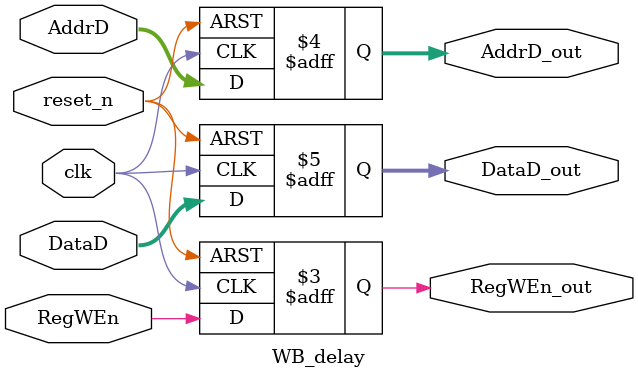
<source format=sv>
`timescale 1ns / 1ps


module WB_delay(
    input clk,
    input reset_n,
    input RegWEn,
    input [4:0] AddrD,
    input [31:0] DataD,
    output reg RegWEn_out,
    output reg [4:0] AddrD_out,
    output reg [31:0] DataD_out
    );
    always @(posedge clk or negedge reset_n) begin
        if(!reset_n) begin
            AddrD_out<=0;
            DataD_out<=0;
            RegWEn_out<=0;
        end
        else begin
            RegWEn_out<=RegWEn; 
            AddrD_out<=AddrD;
            DataD_out<=DataD;
        end
    end
endmodule

</source>
